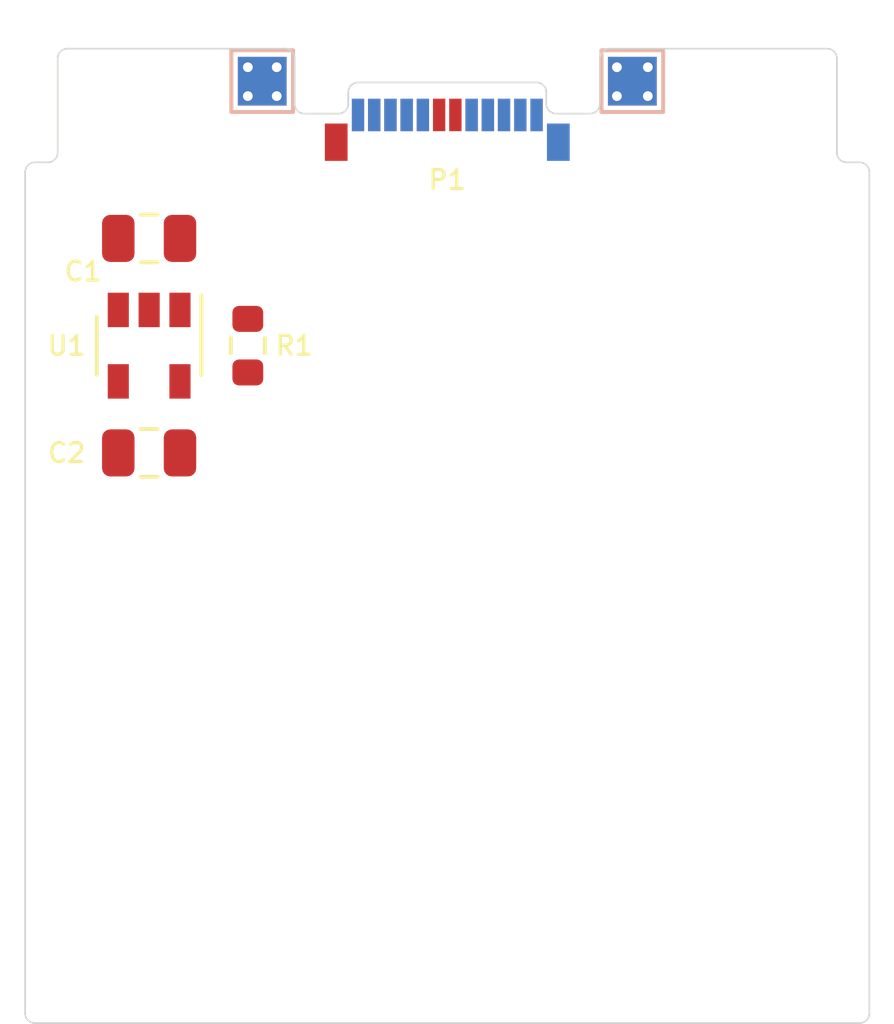
<source format=kicad_pcb>
(kicad_pcb (version 20171130) (host pcbnew "(5.1.8)-1")

  (general
    (thickness 0.8)
    (drawings 25)
    (tracks 8)
    (zones 0)
    (modules 11)
    (nets 5)
  )

  (page A4)
  (title_block
    (title "Expansion Card Template")
    (rev X1)
    (company Framework)
    (comment 1 "This work is licensed under a Creative Commons Attribution 4.0 International License")
    (comment 4 https://frame.work)
  )

  (layers
    (0 F.Cu signal)
    (31 B.Cu signal)
    (32 B.Adhes user)
    (33 F.Adhes user)
    (34 B.Paste user)
    (35 F.Paste user)
    (36 B.SilkS user)
    (37 F.SilkS user)
    (38 B.Mask user)
    (39 F.Mask user)
    (40 Dwgs.User user)
    (41 Cmts.User user)
    (42 Eco1.User user hide)
    (43 Eco2.User user)
    (44 Edge.Cuts user)
    (45 Margin user)
    (46 B.CrtYd user)
    (47 F.CrtYd user)
    (48 B.Fab user hide)
    (49 F.Fab user hide)
  )

  (setup
    (last_trace_width 0.25)
    (user_trace_width 0.1524)
    (user_trace_width 0.254)
    (user_trace_width 0.381)
    (user_trace_width 0.508)
    (user_trace_width 0.8128)
    (trace_clearance 0.2)
    (zone_clearance 0.1524)
    (zone_45_only no)
    (trace_min 0.1524)
    (via_size 0.8)
    (via_drill 0.4)
    (via_min_size 0.5)
    (via_min_drill 0.3)
    (user_via 0.5 0.3)
    (uvia_size 0.3)
    (uvia_drill 0.1)
    (uvias_allowed no)
    (uvia_min_size 0.2)
    (uvia_min_drill 0.1)
    (edge_width 0.05)
    (segment_width 0.2)
    (pcb_text_width 0.3)
    (pcb_text_size 1.5 1.5)
    (mod_edge_width 0.1016)
    (mod_text_size 0.5842 0.5842)
    (mod_text_width 0.1016)
    (pad_size 1.5 1.5)
    (pad_drill 0)
    (pad_to_mask_clearance 0)
    (aux_axis_origin 0 0)
    (visible_elements 7FFFFFFF)
    (pcbplotparams
      (layerselection 0x01000_7ffffffe)
      (usegerberextensions false)
      (usegerberattributes true)
      (usegerberadvancedattributes true)
      (creategerberjobfile true)
      (excludeedgelayer true)
      (linewidth 0.100000)
      (plotframeref false)
      (viasonmask false)
      (mode 1)
      (useauxorigin false)
      (hpglpennumber 1)
      (hpglpenspeed 20)
      (hpglpendiameter 15.000000)
      (psnegative false)
      (psa4output false)
      (plotreference true)
      (plotvalue true)
      (plotinvisibletext false)
      (padsonsilk false)
      (subtractmaskfromsilk false)
      (outputformat 3)
      (mirror false)
      (drillshape 0)
      (scaleselection 1)
      (outputdirectory ""))
  )

  (net 0 "")
  (net 1 GND)
  (net 2 +3V3)
  (net 3 VBUS)
  (net 4 "Net-(P1-PadA5)")

  (net_class Default "This is the default net class."
    (clearance 0.2)
    (trace_width 0.25)
    (via_dia 0.8)
    (via_drill 0.4)
    (uvia_dia 0.3)
    (uvia_drill 0.1)
    (add_net +3V3)
    (add_net /USB_DN)
    (add_net /USB_DP)
    (add_net GND)
    (add_net "Net-(P1-PadA5)")
    (add_net "Net-(P1-PadB5)")
    (add_net "Net-(U1-Pad4)")
    (add_net VBUS)
  )

  (module TestPoint:TestPoint_Pad_1.5x1.5mm (layer B.Cu) (tedit 5A0F774F) (tstamp 606A774E)
    (at 145.7 128)
    (descr "SMD rectangular pad as test Point, square 1.5mm side length")
    (tags "test point SMD pad rectangle square")
    (path /606A8E98)
    (attr virtual)
    (fp_text reference TP4 (at -0.031 -1.635) (layer B.SilkS) hide
      (effects (font (size 0.5842 0.5842) (thickness 0.1016)) (justify mirror))
    )
    (fp_text value TestPoint (at 0 -1.75) (layer B.Fab)
      (effects (font (size 1 1) (thickness 0.15)) (justify mirror))
    )
    (fp_line (start -0.95 0.95) (end 0.95 0.95) (layer B.SilkS) (width 0.12))
    (fp_line (start 0.95 0.95) (end 0.95 -0.95) (layer B.SilkS) (width 0.12))
    (fp_line (start 0.95 -0.95) (end -0.95 -0.95) (layer B.SilkS) (width 0.12))
    (fp_line (start -0.95 -0.95) (end -0.95 0.95) (layer B.SilkS) (width 0.12))
    (fp_line (start -1.25 1.25) (end 1.25 1.25) (layer B.CrtYd) (width 0.05))
    (fp_line (start -1.25 1.25) (end -1.25 -1.25) (layer B.CrtYd) (width 0.05))
    (fp_line (start 1.25 -1.25) (end 1.25 1.25) (layer B.CrtYd) (width 0.05))
    (fp_line (start 1.25 -1.25) (end -1.25 -1.25) (layer B.CrtYd) (width 0.05))
    (fp_text user %R (at 0 1.65) (layer B.Fab)
      (effects (font (size 1 1) (thickness 0.15)) (justify mirror))
    )
    (pad 1 smd rect (at 0 0) (size 1.5 1.5) (layers B.Cu B.Mask)
      (net 1 GND))
  )

  (module TestPoint:TestPoint_Pad_1.5x1.5mm (layer F.Cu) (tedit 5A0F774F) (tstamp 606A7740)
    (at 145.7 128)
    (descr "SMD rectangular pad as test Point, square 1.5mm side length")
    (tags "test point SMD pad rectangle square")
    (path /606A8C9B)
    (attr virtual)
    (fp_text reference TP3 (at 0 -1.648) (layer F.SilkS) hide
      (effects (font (size 0.5842 0.5842) (thickness 0.1016)))
    )
    (fp_text value TestPoint (at 0 1.75) (layer F.Fab)
      (effects (font (size 1 1) (thickness 0.15)))
    )
    (fp_line (start -0.95 -0.95) (end 0.95 -0.95) (layer F.SilkS) (width 0.12))
    (fp_line (start 0.95 -0.95) (end 0.95 0.95) (layer F.SilkS) (width 0.12))
    (fp_line (start 0.95 0.95) (end -0.95 0.95) (layer F.SilkS) (width 0.12))
    (fp_line (start -0.95 0.95) (end -0.95 -0.95) (layer F.SilkS) (width 0.12))
    (fp_line (start -1.25 -1.25) (end 1.25 -1.25) (layer F.CrtYd) (width 0.05))
    (fp_line (start -1.25 -1.25) (end -1.25 1.25) (layer F.CrtYd) (width 0.05))
    (fp_line (start 1.25 1.25) (end 1.25 -1.25) (layer F.CrtYd) (width 0.05))
    (fp_line (start 1.25 1.25) (end -1.25 1.25) (layer F.CrtYd) (width 0.05))
    (fp_text user %R (at 0 -1.65) (layer F.Fab)
      (effects (font (size 1 1) (thickness 0.15)))
    )
    (pad 1 smd rect (at 0 0) (size 1.5 1.5) (layers F.Cu F.Mask)
      (net 1 GND))
  )

  (module TestPoint:TestPoint_Pad_1.5x1.5mm (layer B.Cu) (tedit 5A0F774F) (tstamp 606A7732)
    (at 134.3 128)
    (descr "SMD rectangular pad as test Point, square 1.5mm side length")
    (tags "test point SMD pad rectangle square")
    (path /606A78C1)
    (attr virtual)
    (fp_text reference TP2 (at 0.0025 -1.635) (layer B.SilkS) hide
      (effects (font (size 0.5842 0.5842) (thickness 0.1016)) (justify mirror))
    )
    (fp_text value TestPoint (at 0 -1.75) (layer B.Fab)
      (effects (font (size 1 1) (thickness 0.15)) (justify mirror))
    )
    (fp_line (start -0.95 0.95) (end 0.95 0.95) (layer B.SilkS) (width 0.12))
    (fp_line (start 0.95 0.95) (end 0.95 -0.95) (layer B.SilkS) (width 0.12))
    (fp_line (start 0.95 -0.95) (end -0.95 -0.95) (layer B.SilkS) (width 0.12))
    (fp_line (start -0.95 -0.95) (end -0.95 0.95) (layer B.SilkS) (width 0.12))
    (fp_line (start -1.25 1.25) (end 1.25 1.25) (layer B.CrtYd) (width 0.05))
    (fp_line (start -1.25 1.25) (end -1.25 -1.25) (layer B.CrtYd) (width 0.05))
    (fp_line (start 1.25 -1.25) (end 1.25 1.25) (layer B.CrtYd) (width 0.05))
    (fp_line (start 1.25 -1.25) (end -1.25 -1.25) (layer B.CrtYd) (width 0.05))
    (fp_text user %R (at 0 1.65) (layer B.Fab)
      (effects (font (size 1 1) (thickness 0.15)) (justify mirror))
    )
    (pad 1 smd rect (at 0 0) (size 1.5 1.5) (layers B.Cu B.Mask)
      (net 1 GND))
  )

  (module TestPoint:TestPoint_Pad_1.5x1.5mm (layer F.Cu) (tedit 5A0F774F) (tstamp 606A7724)
    (at 134.3 128)
    (descr "SMD rectangular pad as test Point, square 1.5mm side length")
    (tags "test point SMD pad rectangle square")
    (path /606A89A3)
    (attr virtual)
    (fp_text reference TP1 (at 0 -1.648) (layer F.SilkS) hide
      (effects (font (size 0.5842 0.5842) (thickness 0.1016)))
    )
    (fp_text value TestPoint (at 0 1.75) (layer F.Fab)
      (effects (font (size 1 1) (thickness 0.15)))
    )
    (fp_line (start -0.95 -0.95) (end 0.95 -0.95) (layer F.SilkS) (width 0.12))
    (fp_line (start 0.95 -0.95) (end 0.95 0.95) (layer F.SilkS) (width 0.12))
    (fp_line (start 0.95 0.95) (end -0.95 0.95) (layer F.SilkS) (width 0.12))
    (fp_line (start -0.95 0.95) (end -0.95 -0.95) (layer F.SilkS) (width 0.12))
    (fp_line (start -1.25 -1.25) (end 1.25 -1.25) (layer F.CrtYd) (width 0.05))
    (fp_line (start -1.25 -1.25) (end -1.25 1.25) (layer F.CrtYd) (width 0.05))
    (fp_line (start 1.25 1.25) (end 1.25 -1.25) (layer F.CrtYd) (width 0.05))
    (fp_line (start 1.25 1.25) (end -1.25 1.25) (layer F.CrtYd) (width 0.05))
    (fp_text user %R (at 0 -1.65) (layer F.Fab)
      (effects (font (size 1 1) (thickness 0.15)))
    )
    (pad 1 smd rect (at 0 0) (size 1.5 1.5) (layers F.Cu F.Mask)
      (net 1 GND))
  )

  (module MountingHole:MountingHole_2.2mm_M2 (layer F.Cu) (tedit 56D1B4CB) (tstamp 5FD86AD1)
    (at 151.3 146.5)
    (descr "Mounting Hole 2.2mm, no annular, M2")
    (tags "mounting hole 2.2mm no annular m2")
    (path /5FDB2FCE)
    (attr virtual)
    (fp_text reference H2 (at 0.0125 -1.974) (layer F.SilkS) hide
      (effects (font (size 0.5842 0.5842) (thickness 0.1016)))
    )
    (fp_text value MountingHole (at 0 3.2) (layer F.Fab)
      (effects (font (size 1 1) (thickness 0.15)))
    )
    (fp_circle (center 0 0) (end 2.2 0) (layer Cmts.User) (width 0.15))
    (fp_circle (center 0 0) (end 2.45 0) (layer F.CrtYd) (width 0.05))
    (fp_text user %R (at 0.3 0) (layer F.Fab)
      (effects (font (size 1 1) (thickness 0.15)))
    )
    (pad 1 np_thru_hole circle (at 0 0) (size 2.2 2.2) (drill 2.2) (layers *.Cu *.Mask))
  )

  (module MountingHole:MountingHole_2.2mm_M2 (layer F.Cu) (tedit 56D1B4CB) (tstamp 5FD86AC9)
    (at 128.7 146.5)
    (descr "Mounting Hole 2.2mm, no annular, M2")
    (tags "mounting hole 2.2mm no annular m2")
    (path /5FDB1A76)
    (attr virtual)
    (fp_text reference H1 (at 0.0225 -1.974) (layer F.SilkS) hide
      (effects (font (size 0.5842 0.5842) (thickness 0.1016)))
    )
    (fp_text value MountingHole (at 0 3.2) (layer F.Fab)
      (effects (font (size 1 1) (thickness 0.15)))
    )
    (fp_circle (center 0 0) (end 2.2 0) (layer Cmts.User) (width 0.15))
    (fp_circle (center 0 0) (end 2.45 0) (layer F.CrtYd) (width 0.05))
    (fp_text user %R (at 0.3 0) (layer F.Fab)
      (effects (font (size 1 1) (thickness 0.15)))
    )
    (pad 1 np_thru_hole circle (at 0 0) (size 2.2 2.2) (drill 2.2) (layers *.Cu *.Mask))
  )

  (module Expansion_Card:USB_C_Plug_Molex_105444 (layer F.Cu) (tedit 5FD6C164) (tstamp 5FD711FA)
    (at 140 129)
    (descr "Universal Serial Bus (USB) Shielded I/O Plug, Type C, Right Angle, Surface Mount, http://www.molex.com/pdm_docs/sd/1054440001_sd.pdf")
    (tags "USB Type-C Plug Edge Mount")
    (path /5FD76BC6)
    (attr smd)
    (fp_text reference P1 (at 0 2.04) (layer F.SilkS)
      (effects (font (size 0.5842 0.5842) (thickness 0.1016)))
    )
    (fp_text value USB_C_Plug_USB2.0 (at 0 -1.96) (layer F.Fab)
      (effects (font (size 1 1) (thickness 0.15)))
    )
    (fp_line (start 4.3 1.96) (end -4.3 1.96) (layer F.CrtYd) (width 0.05))
    (fp_line (start 4.3 -1.46) (end -4.3 -1.46) (layer F.CrtYd) (width 0.05))
    (fp_line (start 4.3 1.96) (end 4.3 -1.46) (layer F.CrtYd) (width 0.05))
    (fp_line (start -3.35 0) (end -4.3 0) (layer Edge.Cuts) (width 0.05))
    (fp_line (start -3.05 -0.66) (end -3.05 -0.3) (layer Edge.Cuts) (width 0.05))
    (fp_line (start -2.75 -0.96) (end 2.75 -0.96) (layer Edge.Cuts) (width 0.05))
    (fp_line (start 3.05 -0.66) (end 3.05 -0.3) (layer Edge.Cuts) (width 0.05))
    (fp_line (start 3.35 0) (end 4.3 0) (layer Edge.Cuts) (width 0.05))
    (fp_line (start -3.35 0) (end -4.3 0) (layer Eco1.User) (width 0.1))
    (fp_line (start -3.05 -0.66) (end -3.05 -0.3) (layer Eco1.User) (width 0.1))
    (fp_line (start -2.75 -0.96) (end 2.75 -0.96) (layer Eco1.User) (width 0.1))
    (fp_line (start 3.05 -0.66) (end 3.05 -0.3) (layer Eco1.User) (width 0.1))
    (fp_line (start 3.35 0) (end 4.3 0) (layer Eco1.User) (width 0.1))
    (fp_line (start -4.3 1.96) (end -4.3 -1.46) (layer F.CrtYd) (width 0.05))
    (fp_text user %R (at 0 2.04) (layer F.Fab)
      (effects (font (size 1 1) (thickness 0.15)))
    )
    (fp_text user "PCB Edge" (at 0 -0.96) (layer Dwgs.User)
      (effects (font (size 0.5 0.5) (thickness 0.08)))
    )
    (fp_arc (start 2.75 -0.66) (end 2.75 -0.96) (angle 90) (layer Edge.Cuts) (width 0.05))
    (fp_arc (start -2.75 -0.66) (end -3.05 -0.66) (angle 90) (layer Edge.Cuts) (width 0.05))
    (fp_arc (start 3.35 -0.3) (end 3.35 0) (angle 90) (layer Edge.Cuts) (width 0.05))
    (fp_arc (start -3.35 -0.3) (end -3.05 -0.3) (angle 90) (layer Edge.Cuts) (width 0.05))
    (fp_arc (start 2.75 -0.66) (end 2.75 -0.96) (angle 90) (layer Eco1.User) (width 0.1))
    (fp_arc (start -2.75 -0.66) (end -3.05 -0.66) (angle 90) (layer Eco1.User) (width 0.1))
    (fp_arc (start 3.35 -0.3) (end 3.35 0) (angle 90) (layer Eco1.User) (width 0.1))
    (fp_arc (start -3.35 -0.3) (end -3.05 -0.3) (angle 90) (layer Eco1.User) (width 0.1))
    (pad A1 smd rect (at -2.75 0.04) (size 0.38 1) (layers F.Cu F.Paste F.Mask)
      (net 1 GND))
    (pad A2 smd rect (at -2.25 0.04) (size 0.38 1) (layers F.Cu F.Paste F.Mask))
    (pad A3 smd rect (at -1.75 0.04) (size 0.38 1) (layers F.Cu F.Paste F.Mask))
    (pad A4 smd rect (at -1.25 0.04) (size 0.38 1) (layers F.Cu F.Paste F.Mask)
      (net 3 VBUS))
    (pad A5 smd rect (at -0.75 0.04) (size 0.38 1) (layers F.Cu F.Paste F.Mask)
      (net 4 "Net-(P1-PadA5)"))
    (pad A6 smd rect (at -0.25 0.04) (size 0.38 1) (layers F.Cu F.Paste F.Mask))
    (pad A7 smd rect (at 0.25 0.04) (size 0.38 1) (layers F.Cu F.Paste F.Mask))
    (pad A8 smd rect (at 0.75 0.04) (size 0.38 1) (layers F.Cu F.Paste F.Mask))
    (pad A9 smd rect (at 1.25 0.04) (size 0.38 1) (layers F.Cu F.Paste F.Mask)
      (net 3 VBUS))
    (pad A10 smd rect (at 1.75 0.04) (size 0.38 1) (layers F.Cu F.Paste F.Mask))
    (pad A11 smd rect (at 2.25 0.04) (size 0.38 1) (layers F.Cu F.Paste F.Mask))
    (pad A12 smd rect (at 2.75 0.04) (size 0.38 1) (layers F.Cu F.Paste F.Mask)
      (net 1 GND))
    (pad S1 smd rect (at -3.42 0.88) (size 0.7 1.15) (layers F.Cu F.Paste F.Mask)
      (net 1 GND))
    (pad S1 smd rect (at 3.42 0.88) (size 0.7 1.15) (layers B.Cu B.Paste B.Mask)
      (net 1 GND))
    (pad B1 smd rect (at 2.75 0.04) (size 0.38 1) (layers B.Cu B.Paste B.Mask)
      (net 1 GND))
    (pad B2 smd rect (at 2.25 0.04) (size 0.38 1) (layers B.Cu B.Paste B.Mask))
    (pad B3 smd rect (at 1.75 0.04) (size 0.38 1) (layers B.Cu B.Paste B.Mask))
    (pad B4 smd rect (at 1.25 0.04) (size 0.38 1) (layers B.Cu B.Paste B.Mask)
      (net 3 VBUS))
    (pad B5 smd rect (at 0.75 0.04) (size 0.38 1) (layers B.Cu B.Paste B.Mask))
    (pad B8 smd rect (at -0.75 0.04) (size 0.38 1) (layers B.Cu B.Paste B.Mask))
    (pad B9 smd rect (at -1.25 0.04) (size 0.38 1) (layers B.Cu B.Paste B.Mask)
      (net 3 VBUS))
    (pad B10 smd rect (at -1.75 0.04) (size 0.38 1) (layers B.Cu B.Paste B.Mask))
    (pad B11 smd rect (at -2.25 0.04) (size 0.38 1) (layers B.Cu B.Paste B.Mask))
    (pad B12 smd rect (at -2.75 0.04) (size 0.38 1) (layers B.Cu B.Paste B.Mask)
      (net 1 GND))
    (model ${KISYS3DMOD}/Connector_USB.3dshapes/USB_C_Plug_Molex_105444.wrl
      (at (xyz 0 0 0))
      (scale (xyz 1 1 1))
      (rotate (xyz 0 0 0))
    )
  )

  (module Package_TO_SOT_SMD:SOT-23-5 (layer F.Cu) (tedit 5A02FF57) (tstamp 5FD6CBAE)
    (at 130.818 136.144 270)
    (descr "5-pin SOT23 package")
    (tags SOT-23-5)
    (path /5FD33096)
    (attr smd)
    (fp_text reference U1 (at 0 2.54 180) (layer F.SilkS)
      (effects (font (size 0.5842 0.5842) (thickness 0.1016)))
    )
    (fp_text value AP2112K-3.3 (at 0 2.9 90) (layer F.Fab)
      (effects (font (size 1 1) (thickness 0.15)))
    )
    (fp_line (start 0.9 -1.55) (end 0.9 1.55) (layer F.Fab) (width 0.1))
    (fp_line (start 0.9 1.55) (end -0.9 1.55) (layer F.Fab) (width 0.1))
    (fp_line (start -0.9 -0.9) (end -0.9 1.55) (layer F.Fab) (width 0.1))
    (fp_line (start 0.9 -1.55) (end -0.25 -1.55) (layer F.Fab) (width 0.1))
    (fp_line (start -0.9 -0.9) (end -0.25 -1.55) (layer F.Fab) (width 0.1))
    (fp_line (start -1.9 1.8) (end -1.9 -1.8) (layer F.CrtYd) (width 0.05))
    (fp_line (start 1.9 1.8) (end -1.9 1.8) (layer F.CrtYd) (width 0.05))
    (fp_line (start 1.9 -1.8) (end 1.9 1.8) (layer F.CrtYd) (width 0.05))
    (fp_line (start -1.9 -1.8) (end 1.9 -1.8) (layer F.CrtYd) (width 0.05))
    (fp_line (start 0.9 -1.61) (end -1.55 -1.61) (layer F.SilkS) (width 0.12))
    (fp_line (start -0.9 1.61) (end 0.9 1.61) (layer F.SilkS) (width 0.12))
    (fp_text user %R (at 0.08 0) (layer F.Fab)
      (effects (font (size 1 1) (thickness 0.15)))
    )
    (pad 5 smd rect (at 1.1 -0.95 270) (size 1.06 0.65) (layers F.Cu F.Paste F.Mask)
      (net 2 +3V3))
    (pad 4 smd rect (at 1.1 0.95 270) (size 1.06 0.65) (layers F.Cu F.Paste F.Mask))
    (pad 3 smd rect (at -1.1 0.95 270) (size 1.06 0.65) (layers F.Cu F.Paste F.Mask)
      (net 3 VBUS))
    (pad 2 smd rect (at -1.1 0 270) (size 1.06 0.65) (layers F.Cu F.Paste F.Mask)
      (net 1 GND))
    (pad 1 smd rect (at -1.1 -0.95 270) (size 1.06 0.65) (layers F.Cu F.Paste F.Mask)
      (net 3 VBUS))
    (model ${KISYS3DMOD}/Package_TO_SOT_SMD.3dshapes/SOT-23-5.wrl
      (at (xyz 0 0 0))
      (scale (xyz 1 1 1))
      (rotate (xyz 0 0 0))
    )
  )

  (module Resistor_SMD:R_0603_1608Metric (layer F.Cu) (tedit 5F68FEEE) (tstamp 5FD71185)
    (at 133.858 136.144 270)
    (descr "Resistor SMD 0603 (1608 Metric), square (rectangular) end terminal, IPC_7351 nominal, (Body size source: IPC-SM-782 page 72, https://www.pcb-3d.com/wordpress/wp-content/uploads/ipc-sm-782a_amendment_1_and_2.pdf), generated with kicad-footprint-generator")
    (tags resistor)
    (path /5FD77C84)
    (attr smd)
    (fp_text reference R1 (at 0 -1.43 180) (layer F.SilkS)
      (effects (font (size 0.5842 0.5842) (thickness 0.1016)))
    )
    (fp_text value 5.1k (at 0 1.43 90) (layer F.Fab)
      (effects (font (size 1 1) (thickness 0.15)))
    )
    (fp_line (start 1.48 0.73) (end -1.48 0.73) (layer F.CrtYd) (width 0.05))
    (fp_line (start 1.48 -0.73) (end 1.48 0.73) (layer F.CrtYd) (width 0.05))
    (fp_line (start -1.48 -0.73) (end 1.48 -0.73) (layer F.CrtYd) (width 0.05))
    (fp_line (start -1.48 0.73) (end -1.48 -0.73) (layer F.CrtYd) (width 0.05))
    (fp_line (start -0.237258 0.5225) (end 0.237258 0.5225) (layer F.SilkS) (width 0.12))
    (fp_line (start -0.237258 -0.5225) (end 0.237258 -0.5225) (layer F.SilkS) (width 0.12))
    (fp_line (start 0.8 0.4125) (end -0.8 0.4125) (layer F.Fab) (width 0.1))
    (fp_line (start 0.8 -0.4125) (end 0.8 0.4125) (layer F.Fab) (width 0.1))
    (fp_line (start -0.8 -0.4125) (end 0.8 -0.4125) (layer F.Fab) (width 0.1))
    (fp_line (start -0.8 0.4125) (end -0.8 -0.4125) (layer F.Fab) (width 0.1))
    (fp_text user %R (at 0 0 90) (layer F.Fab)
      (effects (font (size 1 1) (thickness 0.15)))
    )
    (pad 2 smd roundrect (at 0.825 0 270) (size 0.8 0.95) (layers F.Cu F.Paste F.Mask) (roundrect_rratio 0.25)
      (net 1 GND))
    (pad 1 smd roundrect (at -0.825 0 270) (size 0.8 0.95) (layers F.Cu F.Paste F.Mask) (roundrect_rratio 0.25)
      (net 4 "Net-(P1-PadA5)"))
    (model ${KISYS3DMOD}/Resistor_SMD.3dshapes/R_0603_1608Metric.wrl
      (at (xyz 0 0 0))
      (scale (xyz 1 1 1))
      (rotate (xyz 0 0 0))
    )
  )

  (module Capacitor_SMD:C_0805_2012Metric (layer F.Cu) (tedit 5F68FEEE) (tstamp 5FD741E0)
    (at 130.818 139.446 180)
    (descr "Capacitor SMD 0805 (2012 Metric), square (rectangular) end terminal, IPC_7351 nominal, (Body size source: IPC-SM-782 page 76, https://www.pcb-3d.com/wordpress/wp-content/uploads/ipc-sm-782a_amendment_1_and_2.pdf, https://docs.google.com/spreadsheets/d/1BsfQQcO9C6DZCsRaXUlFlo91Tg2WpOkGARC1WS5S8t0/edit?usp=sharing), generated with kicad-footprint-generator")
    (tags capacitor)
    (path /5FD346B0)
    (attr smd)
    (fp_text reference C2 (at 2.54 0) (layer F.SilkS)
      (effects (font (size 0.5842 0.5842) (thickness 0.1016)))
    )
    (fp_text value 10uF (at 0 1.68) (layer F.Fab)
      (effects (font (size 1 1) (thickness 0.15)))
    )
    (fp_line (start 1.7 0.98) (end -1.7 0.98) (layer F.CrtYd) (width 0.05))
    (fp_line (start 1.7 -0.98) (end 1.7 0.98) (layer F.CrtYd) (width 0.05))
    (fp_line (start -1.7 -0.98) (end 1.7 -0.98) (layer F.CrtYd) (width 0.05))
    (fp_line (start -1.7 0.98) (end -1.7 -0.98) (layer F.CrtYd) (width 0.05))
    (fp_line (start -0.261252 0.735) (end 0.261252 0.735) (layer F.SilkS) (width 0.12))
    (fp_line (start -0.261252 -0.735) (end 0.261252 -0.735) (layer F.SilkS) (width 0.12))
    (fp_line (start 1 0.625) (end -1 0.625) (layer F.Fab) (width 0.1))
    (fp_line (start 1 -0.625) (end 1 0.625) (layer F.Fab) (width 0.1))
    (fp_line (start -1 -0.625) (end 1 -0.625) (layer F.Fab) (width 0.1))
    (fp_line (start -1 0.625) (end -1 -0.625) (layer F.Fab) (width 0.1))
    (fp_text user %R (at 0 0) (layer F.Fab)
      (effects (font (size 1 1) (thickness 0.15)))
    )
    (pad 2 smd roundrect (at 0.95 0 180) (size 1 1.45) (layers F.Cu F.Paste F.Mask) (roundrect_rratio 0.25)
      (net 1 GND))
    (pad 1 smd roundrect (at -0.95 0 180) (size 1 1.45) (layers F.Cu F.Paste F.Mask) (roundrect_rratio 0.25)
      (net 2 +3V3))
    (model ${KISYS3DMOD}/Capacitor_SMD.3dshapes/C_0805_2012Metric.wrl
      (at (xyz 0 0 0))
      (scale (xyz 1 1 1))
      (rotate (xyz 0 0 0))
    )
  )

  (module Capacitor_SMD:C_0805_2012Metric (layer F.Cu) (tedit 5F68FEEE) (tstamp 5FD6CD1E)
    (at 130.818 132.842 180)
    (descr "Capacitor SMD 0805 (2012 Metric), square (rectangular) end terminal, IPC_7351 nominal, (Body size source: IPC-SM-782 page 76, https://www.pcb-3d.com/wordpress/wp-content/uploads/ipc-sm-782a_amendment_1_and_2.pdf, https://docs.google.com/spreadsheets/d/1BsfQQcO9C6DZCsRaXUlFlo91Tg2WpOkGARC1WS5S8t0/edit?usp=sharing), generated with kicad-footprint-generator")
    (tags capacitor)
    (path /5FD33D8E)
    (attr smd)
    (fp_text reference C1 (at 2.032 -1.016) (layer F.SilkS)
      (effects (font (size 0.5842 0.5842) (thickness 0.1016)))
    )
    (fp_text value 10uF (at 0 1.68) (layer F.Fab)
      (effects (font (size 1 1) (thickness 0.15)))
    )
    (fp_line (start 1.7 0.98) (end -1.7 0.98) (layer F.CrtYd) (width 0.05))
    (fp_line (start 1.7 -0.98) (end 1.7 0.98) (layer F.CrtYd) (width 0.05))
    (fp_line (start -1.7 -0.98) (end 1.7 -0.98) (layer F.CrtYd) (width 0.05))
    (fp_line (start -1.7 0.98) (end -1.7 -0.98) (layer F.CrtYd) (width 0.05))
    (fp_line (start -0.261252 0.735) (end 0.261252 0.735) (layer F.SilkS) (width 0.12))
    (fp_line (start -0.261252 -0.735) (end 0.261252 -0.735) (layer F.SilkS) (width 0.12))
    (fp_line (start 1 0.625) (end -1 0.625) (layer F.Fab) (width 0.1))
    (fp_line (start 1 -0.625) (end 1 0.625) (layer F.Fab) (width 0.1))
    (fp_line (start -1 -0.625) (end 1 -0.625) (layer F.Fab) (width 0.1))
    (fp_line (start -1 0.625) (end -1 -0.625) (layer F.Fab) (width 0.1))
    (fp_text user %R (at 0 0 180) (layer F.Fab)
      (effects (font (size 1 1) (thickness 0.15)))
    )
    (pad 2 smd roundrect (at 0.95 0 180) (size 1 1.45) (layers F.Cu F.Paste F.Mask) (roundrect_rratio 0.25)
      (net 1 GND))
    (pad 1 smd roundrect (at -0.95 0 180) (size 1 1.45) (layers F.Cu F.Paste F.Mask) (roundrect_rratio 0.25)
      (net 3 VBUS))
    (model ${KISYS3DMOD}/Capacitor_SMD.3dshapes/C_0805_2012Metric.wrl
      (at (xyz 0 0 0))
      (scale (xyz 1 1 1))
      (rotate (xyz 0 0 0))
    )
  )

  (gr_line (start 152.3 130.5) (end 152.7 130.5) (layer Edge.Cuts) (width 0.05) (tstamp 60665583))
  (gr_arc (start 152.3 130.2) (end 152.3 130.5) (angle 90) (layer Edge.Cuts) (width 0.05) (tstamp 60665572))
  (gr_arc (start 152.7 130.8) (end 152.7 130.5) (angle 90) (layer Edge.Cuts) (width 0.05) (tstamp 60665564))
  (gr_line (start 152 130.2) (end 152 127.3) (layer Edge.Cuts) (width 0.05) (tstamp 60665555))
  (gr_line (start 127.3 130.5) (end 127.7 130.5) (layer Edge.Cuts) (width 0.05) (tstamp 606654F6))
  (gr_arc (start 127.3 130.8) (end 127 130.8) (angle 90) (layer Edge.Cuts) (width 0.05) (tstamp 60665274))
  (gr_arc (start 127.7 130.2) (end 128 130.2) (angle 90) (layer Edge.Cuts) (width 0.05) (tstamp 606650B3))
  (gr_line (start 128 130.2) (end 128 127.3) (layer Edge.Cuts) (width 0.05) (tstamp 6066509E))
  (gr_arc (start 128.3 127.3) (end 128.3 127) (angle -90) (layer Edge.Cuts) (width 0.05) (tstamp 60665098))
  (gr_line (start 144.3 129) (end 144.4 129) (layer Edge.Cuts) (width 0.05) (tstamp 5FD7F67A))
  (gr_line (start 135.6 129) (end 135.7 129) (layer Edge.Cuts) (width 0.05))
  (gr_arc (start 127.3 156.7) (end 127 156.7) (angle -90) (layer Edge.Cuts) (width 0.05) (tstamp 5FD74141))
  (gr_arc (start 152.7 156.7) (end 152.7 157) (angle -90) (layer Edge.Cuts) (width 0.05) (tstamp 5FD74141))
  (gr_arc (start 151.7 127.3) (end 152 127.3) (angle -90) (layer Edge.Cuts) (width 0.05) (tstamp 5FD74141))
  (gr_line (start 145 127) (end 151.7 127) (layer Edge.Cuts) (width 0.05) (tstamp 5FD74106))
  (gr_line (start 135 127) (end 128.3 127) (layer Edge.Cuts) (width 0.05) (tstamp 5FD74105))
  (gr_arc (start 145 127.3) (end 145 127) (angle -90) (layer Edge.Cuts) (width 0.05) (tstamp 5FD740FF))
  (gr_line (start 144.7 128.7) (end 144.7 127.3) (layer Edge.Cuts) (width 0.05) (tstamp 5FD740FA))
  (gr_arc (start 135 127.3) (end 135.3 127.3) (angle -90) (layer Edge.Cuts) (width 0.05) (tstamp 5FD740F4))
  (gr_arc (start 144.4 128.7) (end 144.4 129) (angle -90) (layer Edge.Cuts) (width 0.05) (tstamp 5FD740C4))
  (gr_line (start 135.3 128.7) (end 135.3 127.3) (layer Edge.Cuts) (width 0.05))
  (gr_arc (start 135.6 128.7) (end 135.3 128.7) (angle -90) (layer Edge.Cuts) (width 0.05))
  (gr_line (start 127.3 157) (end 152.7 157) (layer Edge.Cuts) (width 0.05) (tstamp 5FD6C72E))
  (gr_line (start 153 130.8) (end 153 156.7) (layer Edge.Cuts) (width 0.05) (tstamp 5FD6C720))
  (gr_line (start 127 130.8) (end 127 156.7) (layer Edge.Cuts) (width 0.05))

  (via (at 145.2245 128.4605) (size 0.5) (drill 0.3) (layers F.Cu B.Cu) (net 1))
  (via (at 145.2245 127.5715) (size 0.5) (drill 0.3) (layers F.Cu B.Cu) (net 1))
  (via (at 134.747 128.4605) (size 0.5) (drill 0.3) (layers F.Cu B.Cu) (net 1))
  (via (at 134.747 127.5715) (size 0.5) (drill 0.3) (layers F.Cu B.Cu) (net 1))
  (via (at 133.858 127.5715) (size 0.5) (drill 0.3) (layers F.Cu B.Cu) (net 1) (tstamp 606A7993))
  (via (at 133.858 128.4605) (size 0.5) (drill 0.3) (layers F.Cu B.Cu) (net 1) (tstamp 606A7995))
  (via (at 146.177 127.5715) (size 0.5) (drill 0.3) (layers F.Cu B.Cu) (net 1) (tstamp 606A7998))
  (via (at 146.177 128.4605) (size 0.5) (drill 0.3) (layers F.Cu B.Cu) (net 1) (tstamp 606A799B))

)

</source>
